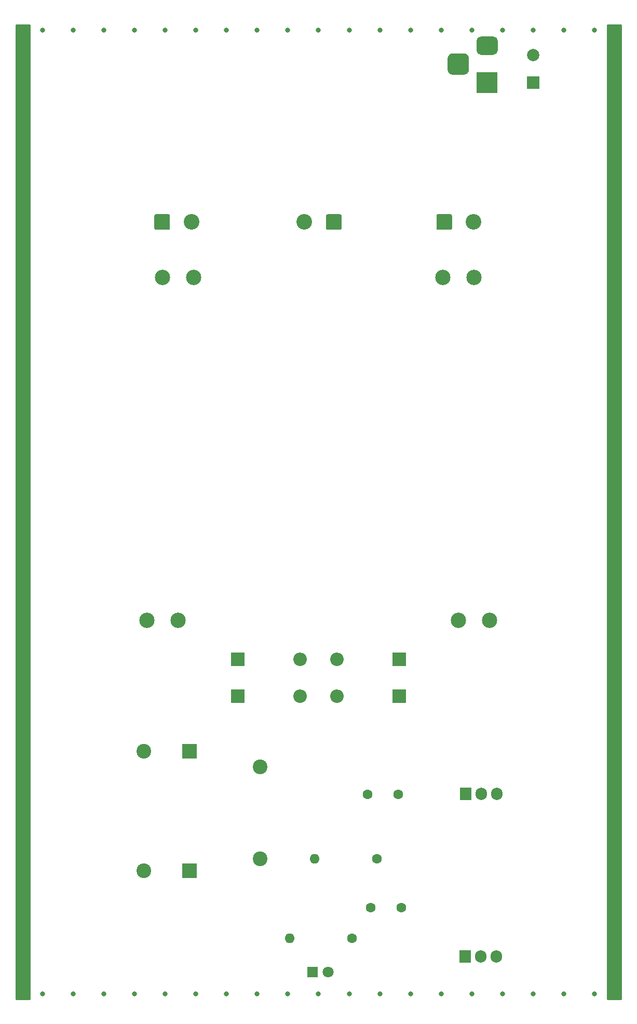
<source format=gbr>
G04 #@! TF.GenerationSoftware,KiCad,Pcbnew,(5.1.6)-1*
G04 #@! TF.CreationDate,2020-12-21T18:52:40-08:00*
G04 #@! TF.ProjectId,12v1a_psu,31327631-615f-4707-9375-2e6b69636164,1.0*
G04 #@! TF.SameCoordinates,Original*
G04 #@! TF.FileFunction,Copper,L4,Bot*
G04 #@! TF.FilePolarity,Positive*
%FSLAX46Y46*%
G04 Gerber Fmt 4.6, Leading zero omitted, Abs format (unit mm)*
G04 Created by KiCad (PCBNEW (5.1.6)-1) date 2020-12-21 18:52:40*
%MOMM*%
%LPD*%
G01*
G04 APERTURE LIST*
G04 #@! TA.AperFunction,ComponentPad*
%ADD10O,1.905000X2.000000*%
G04 #@! TD*
G04 #@! TA.AperFunction,ComponentPad*
%ADD11R,1.905000X2.000000*%
G04 #@! TD*
G04 #@! TA.AperFunction,ComponentPad*
%ADD12C,2.500000*%
G04 #@! TD*
G04 #@! TA.AperFunction,ComponentPad*
%ADD13C,2.000000*%
G04 #@! TD*
G04 #@! TA.AperFunction,ComponentPad*
%ADD14R,2.000000X2.000000*%
G04 #@! TD*
G04 #@! TA.AperFunction,ComponentPad*
%ADD15O,1.600000X1.600000*%
G04 #@! TD*
G04 #@! TA.AperFunction,ComponentPad*
%ADD16C,1.600000*%
G04 #@! TD*
G04 #@! TA.AperFunction,ComponentPad*
%ADD17R,3.500000X3.500000*%
G04 #@! TD*
G04 #@! TA.AperFunction,ComponentPad*
%ADD18C,2.550000*%
G04 #@! TD*
G04 #@! TA.AperFunction,ComponentPad*
%ADD19C,1.800000*%
G04 #@! TD*
G04 #@! TA.AperFunction,ComponentPad*
%ADD20R,1.800000X1.800000*%
G04 #@! TD*
G04 #@! TA.AperFunction,ComponentPad*
%ADD21O,2.200000X2.200000*%
G04 #@! TD*
G04 #@! TA.AperFunction,ComponentPad*
%ADD22R,2.200000X2.200000*%
G04 #@! TD*
G04 #@! TA.AperFunction,ComponentPad*
%ADD23C,2.400000*%
G04 #@! TD*
G04 #@! TA.AperFunction,ComponentPad*
%ADD24R,2.400000X2.400000*%
G04 #@! TD*
G04 #@! TA.AperFunction,ViaPad*
%ADD25C,0.800000*%
G04 #@! TD*
G04 #@! TA.AperFunction,Conductor*
%ADD26C,0.254000*%
G04 #@! TD*
G04 APERTURE END LIST*
D10*
X119050000Y-150930000D03*
X116510000Y-150930000D03*
D11*
X113970000Y-150930000D03*
D12*
X62060000Y-122690000D03*
X67140000Y-122690000D03*
X112860000Y-122690000D03*
X117940000Y-122690000D03*
X115400000Y-66810000D03*
X110320000Y-66810000D03*
X64600000Y-66810000D03*
X69680000Y-66810000D03*
D13*
X125000000Y-30500000D03*
D14*
X125000000Y-35000000D03*
D15*
X89340000Y-161500000D03*
D16*
X99500000Y-161500000D03*
D15*
X85340000Y-174500000D03*
D16*
X95500000Y-174500000D03*
D10*
X119040000Y-177430000D03*
X116500000Y-177430000D03*
D11*
X113960000Y-177430000D03*
D17*
X117500000Y-35000000D03*
G04 #@! TA.AperFunction,ComponentPad*
G36*
G01*
X116500000Y-27500000D02*
X118500000Y-27500000D01*
G75*
G02*
X119250000Y-28250000I0J-750000D01*
G01*
X119250000Y-29750000D01*
G75*
G02*
X118500000Y-30500000I-750000J0D01*
G01*
X116500000Y-30500000D01*
G75*
G02*
X115750000Y-29750000I0J750000D01*
G01*
X115750000Y-28250000D01*
G75*
G02*
X116500000Y-27500000I750000J0D01*
G01*
G37*
G04 #@! TD.AperFunction*
G04 #@! TA.AperFunction,ComponentPad*
G36*
G01*
X111925000Y-30250000D02*
X113675000Y-30250000D01*
G75*
G02*
X114550000Y-31125000I0J-875000D01*
G01*
X114550000Y-32875000D01*
G75*
G02*
X113675000Y-33750000I-875000J0D01*
G01*
X111925000Y-33750000D01*
G75*
G02*
X111050000Y-32875000I0J875000D01*
G01*
X111050000Y-31125000D01*
G75*
G02*
X111925000Y-30250000I875000J0D01*
G01*
G37*
G04 #@! TD.AperFunction*
D18*
X115300000Y-57750000D03*
G04 #@! TA.AperFunction,ComponentPad*
G36*
G01*
X109225000Y-58775001D02*
X109225000Y-56724999D01*
G75*
G02*
X109474999Y-56475000I249999J0D01*
G01*
X111525001Y-56475000D01*
G75*
G02*
X111775000Y-56724999I0J-249999D01*
G01*
X111775000Y-58775001D01*
G75*
G02*
X111525001Y-59025000I-249999J0D01*
G01*
X109474999Y-59025000D01*
G75*
G02*
X109225000Y-58775001I0J249999D01*
G01*
G37*
G04 #@! TD.AperFunction*
X69300000Y-57750000D03*
G04 #@! TA.AperFunction,ComponentPad*
G36*
G01*
X63225000Y-58775001D02*
X63225000Y-56724999D01*
G75*
G02*
X63474999Y-56475000I249999J0D01*
G01*
X65525001Y-56475000D01*
G75*
G02*
X65775000Y-56724999I0J-249999D01*
G01*
X65775000Y-58775001D01*
G75*
G02*
X65525001Y-59025000I-249999J0D01*
G01*
X63474999Y-59025000D01*
G75*
G02*
X63225000Y-58775001I0J249999D01*
G01*
G37*
G04 #@! TD.AperFunction*
X87700000Y-57750000D03*
G04 #@! TA.AperFunction,ComponentPad*
G36*
G01*
X93775000Y-56724999D02*
X93775000Y-58775001D01*
G75*
G02*
X93525001Y-59025000I-249999J0D01*
G01*
X91474999Y-59025000D01*
G75*
G02*
X91225000Y-58775001I0J249999D01*
G01*
X91225000Y-56724999D01*
G75*
G02*
X91474999Y-56475000I249999J0D01*
G01*
X93525001Y-56475000D01*
G75*
G02*
X93775000Y-56724999I0J-249999D01*
G01*
G37*
G04 #@! TD.AperFunction*
D19*
X91540000Y-180000000D03*
D20*
X89000000Y-180000000D03*
D21*
X93000000Y-135000000D03*
D22*
X103160000Y-135000000D03*
D21*
X87000000Y-135000000D03*
D22*
X76840000Y-135000000D03*
D21*
X93000000Y-129000000D03*
D22*
X103160000Y-129000000D03*
D21*
X87000000Y-129000000D03*
D22*
X76840000Y-129000000D03*
D16*
X98500000Y-169500000D03*
X103500000Y-169500000D03*
X98000000Y-151000000D03*
X103000000Y-151000000D03*
D23*
X80500000Y-146500000D03*
X80500000Y-161500000D03*
X61500000Y-144000000D03*
D24*
X69000000Y-144000000D03*
D23*
X61500000Y-163500000D03*
D24*
X69000000Y-163500000D03*
D25*
X138500000Y-27500000D03*
X138500000Y-32500000D03*
X138500000Y-37500000D03*
X138500000Y-42500000D03*
X138500000Y-47500000D03*
X138500000Y-52500000D03*
X138500000Y-57500000D03*
X138500000Y-62500000D03*
X138500000Y-67500000D03*
X138500000Y-72500000D03*
X138500000Y-77500000D03*
X138500000Y-82500000D03*
X138500000Y-87500000D03*
X138500000Y-92500000D03*
X138500000Y-97500000D03*
X138500000Y-102500000D03*
X138500000Y-107500000D03*
X138500000Y-112500000D03*
X138500000Y-117500000D03*
X138500000Y-122500000D03*
X138500000Y-127500000D03*
X138500000Y-132500000D03*
X138500000Y-137500000D03*
X138500000Y-142500000D03*
X138500000Y-147500000D03*
X138500000Y-152500000D03*
X138500000Y-157500000D03*
X138500000Y-162500000D03*
X138500000Y-167500000D03*
X138500000Y-172500000D03*
X138500000Y-177500000D03*
X135000000Y-183500000D03*
X130000000Y-183500000D03*
X125000000Y-183500000D03*
X120000000Y-183500000D03*
X115000000Y-183500000D03*
X90000000Y-183500000D03*
X100000000Y-183500000D03*
X95000000Y-183500000D03*
X110000000Y-183500000D03*
X105000000Y-183500000D03*
X80000000Y-183500000D03*
X85000000Y-183500000D03*
X75000000Y-183500000D03*
X70000000Y-183500000D03*
X65000000Y-183500000D03*
X55000000Y-183500000D03*
X50000000Y-183500000D03*
X60000000Y-183500000D03*
X45000000Y-183500000D03*
X138500000Y-182500000D03*
X41500000Y-27500000D03*
X41500000Y-167500000D03*
X41500000Y-122500000D03*
X41500000Y-157500000D03*
X41500000Y-107500000D03*
X41500000Y-67500000D03*
X41500000Y-147500000D03*
X41500000Y-117500000D03*
X41500000Y-102500000D03*
X41500000Y-57500000D03*
X41500000Y-177500000D03*
X41500000Y-172500000D03*
X41500000Y-47500000D03*
X41500000Y-62500000D03*
X41500000Y-127500000D03*
X41500000Y-162500000D03*
X41500000Y-72500000D03*
X41500000Y-152500000D03*
X41500000Y-82500000D03*
X41500000Y-37500000D03*
X41500000Y-137500000D03*
X41500000Y-87500000D03*
X41500000Y-77500000D03*
X41500000Y-97500000D03*
X41500000Y-52500000D03*
X41500000Y-112500000D03*
X41500000Y-32500000D03*
X41500000Y-42500000D03*
X41500000Y-92500000D03*
X41500000Y-132500000D03*
X41500000Y-142500000D03*
X41500000Y-182500000D03*
X115000000Y-26500000D03*
X125000000Y-26500000D03*
X120000000Y-26500000D03*
X135000000Y-26500000D03*
X130000000Y-26500000D03*
X80000000Y-26500000D03*
X105000000Y-26500000D03*
X75000000Y-26500000D03*
X50000000Y-26500000D03*
X65000000Y-26500000D03*
X110000000Y-26500000D03*
X85000000Y-26500000D03*
X70000000Y-26500000D03*
X45000000Y-26500000D03*
X60000000Y-26500000D03*
X100000000Y-26500000D03*
X95000000Y-26500000D03*
X55000000Y-26500000D03*
X90000000Y-26500000D03*
D26*
G36*
X139340001Y-184340000D02*
G01*
X137127000Y-184340000D01*
X137127000Y-25660000D01*
X139340000Y-25660000D01*
X139340001Y-184340000D01*
G37*
X139340001Y-184340000D02*
X137127000Y-184340000D01*
X137127000Y-25660000D01*
X139340000Y-25660000D01*
X139340001Y-184340000D01*
G36*
X42873000Y-184340000D02*
G01*
X40660000Y-184340000D01*
X40660000Y-25660000D01*
X42873000Y-25660000D01*
X42873000Y-184340000D01*
G37*
X42873000Y-184340000D02*
X40660000Y-184340000D01*
X40660000Y-25660000D01*
X42873000Y-25660000D01*
X42873000Y-184340000D01*
M02*

</source>
